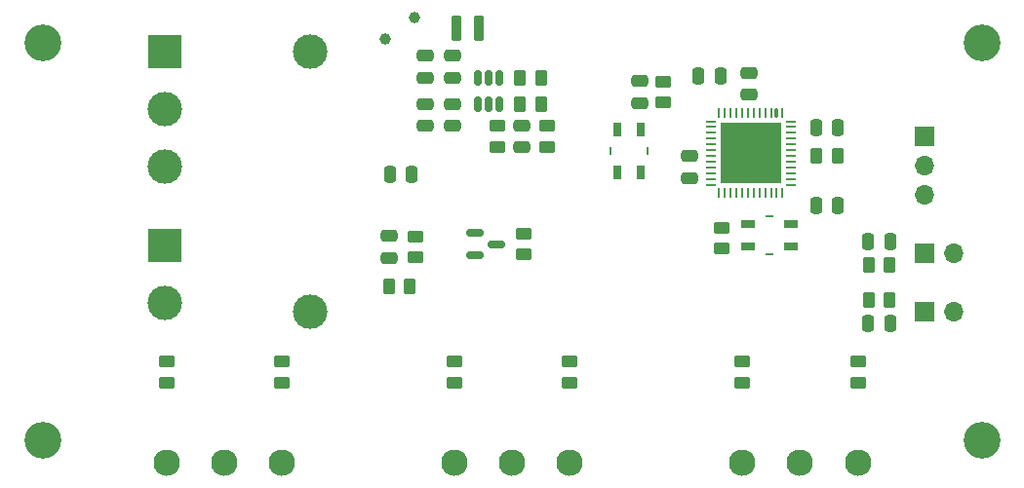
<source format=gts>
G04 #@! TF.GenerationSoftware,KiCad,Pcbnew,(6.0.2)*
G04 #@! TF.CreationDate,2022-02-23T13:26:13+01:00*
G04 #@! TF.ProjectId,esp32-wled-adv-pcb,65737033-322d-4776-9c65-642d6164762d,rev?*
G04 #@! TF.SameCoordinates,Original*
G04 #@! TF.FileFunction,Soldermask,Top*
G04 #@! TF.FilePolarity,Negative*
%FSLAX46Y46*%
G04 Gerber Fmt 4.6, Leading zero omitted, Abs format (unit mm)*
G04 Created by KiCad (PCBNEW (6.0.2)) date 2022-02-23 13:26:13*
%MOMM*%
%LPD*%
G01*
G04 APERTURE LIST*
G04 Aperture macros list*
%AMRoundRect*
0 Rectangle with rounded corners*
0 $1 Rounding radius*
0 $2 $3 $4 $5 $6 $7 $8 $9 X,Y pos of 4 corners*
0 Add a 4 corners polygon primitive as box body*
4,1,4,$2,$3,$4,$5,$6,$7,$8,$9,$2,$3,0*
0 Add four circle primitives for the rounded corners*
1,1,$1+$1,$2,$3*
1,1,$1+$1,$4,$5*
1,1,$1+$1,$6,$7*
1,1,$1+$1,$8,$9*
0 Add four rect primitives between the rounded corners*
20,1,$1+$1,$2,$3,$4,$5,0*
20,1,$1+$1,$4,$5,$6,$7,0*
20,1,$1+$1,$6,$7,$8,$9,0*
20,1,$1+$1,$8,$9,$2,$3,0*%
G04 Aperture macros list end*
%ADD10R,1.700000X1.700000*%
%ADD11O,1.700000X1.700000*%
%ADD12C,3.200000*%
%ADD13R,3.000000X3.000000*%
%ADD14C,3.000000*%
%ADD15RoundRect,0.250000X0.450000X-0.262500X0.450000X0.262500X-0.450000X0.262500X-0.450000X-0.262500X0*%
%ADD16RoundRect,0.250000X-0.475000X0.250000X-0.475000X-0.250000X0.475000X-0.250000X0.475000X0.250000X0*%
%ADD17RoundRect,0.250000X-0.450000X0.262500X-0.450000X-0.262500X0.450000X-0.262500X0.450000X0.262500X0*%
%ADD18RoundRect,0.250000X0.250000X0.475000X-0.250000X0.475000X-0.250000X-0.475000X0.250000X-0.475000X0*%
%ADD19RoundRect,0.250000X-0.262500X-0.450000X0.262500X-0.450000X0.262500X0.450000X-0.262500X0.450000X0*%
%ADD20R,0.250000X0.700000*%
%ADD21R,0.700000X1.250000*%
%ADD22C,1.000000*%
%ADD23RoundRect,0.250000X0.475000X-0.250000X0.475000X0.250000X-0.475000X0.250000X-0.475000X-0.250000X0*%
%ADD24C,2.300000*%
%ADD25R,0.700000X0.250000*%
%ADD26R,1.250000X0.700000*%
%ADD27RoundRect,0.250000X0.262500X0.450000X-0.262500X0.450000X-0.262500X-0.450000X0.262500X-0.450000X0*%
%ADD28RoundRect,0.225000X0.225000X0.875000X-0.225000X0.875000X-0.225000X-0.875000X0.225000X-0.875000X0*%
%ADD29RoundRect,0.250000X-0.250000X-0.475000X0.250000X-0.475000X0.250000X0.475000X-0.250000X0.475000X0*%
%ADD30RoundRect,0.150000X-0.587500X-0.150000X0.587500X-0.150000X0.587500X0.150000X-0.587500X0.150000X0*%
%ADD31RoundRect,0.062500X-0.062500X0.337500X-0.062500X-0.337500X0.062500X-0.337500X0.062500X0.337500X0*%
%ADD32RoundRect,0.100000X-0.100000X0.300000X-0.100000X-0.300000X0.100000X-0.300000X0.100000X0.300000X0*%
%ADD33RoundRect,0.062500X-0.337500X0.062500X-0.337500X-0.062500X0.337500X-0.062500X0.337500X0.062500X0*%
%ADD34R,5.300000X5.300000*%
%ADD35RoundRect,0.150000X-0.150000X0.512500X-0.150000X-0.512500X0.150000X-0.512500X0.150000X0.512500X0*%
G04 APERTURE END LIST*
D10*
G04 #@! TO.C,J6*
X162809000Y-114808000D03*
D11*
X165349000Y-114808000D03*
G04 #@! TD*
D12*
G04 #@! TO.C,H4*
X86250000Y-91500000D03*
G04 #@! TD*
D13*
G04 #@! TO.C,J2*
X96881500Y-92188000D03*
D14*
X96881500Y-97188000D03*
X96881500Y-102188000D03*
G04 #@! TD*
D15*
G04 #@! TO.C,R13*
X157000000Y-121000000D03*
X157000000Y-119175000D03*
G04 #@! TD*
D12*
G04 #@! TO.C,H3*
X167750000Y-91500000D03*
G04 #@! TD*
D16*
G04 #@! TO.C,C3*
X138049000Y-94808000D03*
X138049000Y-96708000D03*
G04 #@! TD*
D17*
G04 #@! TO.C,R12*
X147000000Y-119175000D03*
X147000000Y-121000000D03*
G04 #@! TD*
G04 #@! TO.C,R14*
X128016000Y-108053500D03*
X128016000Y-109878500D03*
G04 #@! TD*
D18*
G04 #@! TO.C,C1*
X118298000Y-102870000D03*
X116398000Y-102870000D03*
G04 #@! TD*
D19*
G04 #@! TO.C,R7*
X157939100Y-110744000D03*
X159764100Y-110744000D03*
G04 #@! TD*
D18*
G04 #@! TO.C,C15*
X159801600Y-115824000D03*
X157901600Y-115824000D03*
G04 #@! TD*
D20*
G04 #@! TO.C,SW1*
X138785000Y-100838000D03*
X135535000Y-100838000D03*
D21*
X136160000Y-102713000D03*
X136160000Y-98963000D03*
X138160000Y-98963000D03*
X138160000Y-102713000D03*
G04 #@! TD*
D22*
G04 #@! TO.C,TP1*
X115950000Y-91125000D03*
G04 #@! TD*
D23*
G04 #@! TO.C,C12*
X119483562Y-98669007D03*
X119483562Y-96769007D03*
G04 #@! TD*
D15*
G04 #@! TO.C,R9*
X107000000Y-121003700D03*
X107000000Y-119178700D03*
G04 #@! TD*
D24*
G04 #@! TO.C,RV3*
X147000000Y-128000000D03*
X152000000Y-128000000D03*
X157000000Y-128000000D03*
G04 #@! TD*
D17*
G04 #@! TO.C,R6*
X129999162Y-98694919D03*
X129999162Y-100519919D03*
G04 #@! TD*
D25*
G04 #@! TO.C,SW2*
X149352000Y-106553600D03*
X149352000Y-109803600D03*
D26*
X151227000Y-109178600D03*
X147477000Y-109178600D03*
X147477000Y-107178600D03*
X151227000Y-107178600D03*
G04 #@! TD*
D23*
G04 #@! TO.C,C2*
X121794962Y-98674007D03*
X121794962Y-96774007D03*
G04 #@! TD*
D27*
G04 #@! TO.C,R2*
X129489262Y-94476619D03*
X127664262Y-94476619D03*
G04 #@! TD*
D24*
G04 #@! TO.C,RV2*
X122000000Y-128000000D03*
X127000000Y-128000000D03*
X132000000Y-128000000D03*
G04 #@! TD*
D16*
G04 #@! TO.C,C5*
X147523200Y-94096800D03*
X147523200Y-95996800D03*
G04 #@! TD*
D18*
G04 #@! TO.C,C7*
X155280400Y-105613200D03*
X153380400Y-105613200D03*
G04 #@! TD*
D24*
G04 #@! TO.C,RV1*
X97000000Y-128000000D03*
X102000000Y-128000000D03*
X107000000Y-128000000D03*
G04 #@! TD*
D10*
G04 #@! TO.C,J1*
X162814000Y-99568000D03*
D11*
X162814000Y-102108000D03*
X162814000Y-104648000D03*
G04 #@! TD*
D19*
G04 #@! TO.C,R18*
X157939100Y-113792000D03*
X159764100Y-113792000D03*
G04 #@! TD*
D23*
G04 #@! TO.C,C13*
X116308500Y-110170000D03*
X116308500Y-108270000D03*
G04 #@! TD*
D16*
G04 #@! TO.C,C10*
X121793000Y-92588000D03*
X121793000Y-94488000D03*
G04 #@! TD*
D15*
G04 #@! TO.C,R11*
X132000000Y-121000000D03*
X132000000Y-119175000D03*
G04 #@! TD*
D19*
G04 #@! TO.C,R17*
X153417900Y-101295200D03*
X155242900Y-101295200D03*
G04 #@! TD*
D10*
G04 #@! TO.C,J5*
X162809000Y-109728000D03*
D11*
X165349000Y-109728000D03*
G04 #@! TD*
D28*
G04 #@! TO.C,L1*
X124074000Y-90170000D03*
X122174000Y-90170000D03*
G04 #@! TD*
D15*
G04 #@! TO.C,R3*
X145161000Y-109370500D03*
X145161000Y-107545500D03*
G04 #@! TD*
D29*
G04 #@! TO.C,C4*
X143195000Y-94335600D03*
X145095000Y-94335600D03*
G04 #@! TD*
D30*
G04 #@! TO.C,Q1*
X123776500Y-108016000D03*
X123776500Y-109916000D03*
X125651500Y-108966000D03*
G04 #@! TD*
D22*
G04 #@! TO.C,TP2*
X118516400Y-89255600D03*
G04 #@! TD*
D13*
G04 #@! TO.C,J4*
X96881500Y-109056700D03*
D14*
X96881500Y-114056700D03*
G04 #@! TD*
D12*
G04 #@! TO.C,H2*
X167750000Y-126000000D03*
G04 #@! TD*
D17*
G04 #@! TO.C,R1*
X140081000Y-94845500D03*
X140081000Y-96670500D03*
G04 #@! TD*
D14*
G04 #@! TO.C,F1*
X109474000Y-92205000D03*
X109474000Y-114805000D03*
G04 #@! TD*
D16*
G04 #@! TO.C,C9*
X119483562Y-92588000D03*
X119483562Y-94488000D03*
G04 #@! TD*
D12*
G04 #@! TO.C,H1*
X86250000Y-126000000D03*
G04 #@! TD*
D31*
G04 #@! TO.C,U2*
X150461600Y-97591200D03*
D32*
X149961600Y-97591200D03*
D31*
X149461600Y-97591200D03*
X148961600Y-97591200D03*
X148461600Y-97591200D03*
X147961600Y-97591200D03*
X147461600Y-97591200D03*
X146961600Y-97591200D03*
X146461600Y-97591200D03*
X145961600Y-97591200D03*
X145461600Y-97591200D03*
X144961600Y-97591200D03*
D33*
X144261600Y-98291200D03*
X144261600Y-98791200D03*
X144261600Y-99291200D03*
X144261600Y-99791200D03*
X144261600Y-100291200D03*
X144261600Y-100791200D03*
X144261600Y-101291200D03*
X144261600Y-101791200D03*
X144261600Y-102291200D03*
X144261600Y-102791200D03*
X144261600Y-103291200D03*
X144261600Y-103791200D03*
D31*
X144961600Y-104491200D03*
X145461600Y-104491200D03*
X145961600Y-104491200D03*
X146461600Y-104491200D03*
X146961600Y-104491200D03*
X147461600Y-104491200D03*
X147961600Y-104491200D03*
X148461600Y-104491200D03*
X148961600Y-104491200D03*
X149461600Y-104491200D03*
X149961600Y-104491200D03*
X150461600Y-104491200D03*
D33*
X151161600Y-103791200D03*
X151161600Y-103291200D03*
X151161600Y-102791200D03*
X151161600Y-102291200D03*
X151161600Y-101791200D03*
X151161600Y-101291200D03*
X151161600Y-100791200D03*
X151161600Y-100291200D03*
X151161600Y-99791200D03*
X151161600Y-99291200D03*
X151161600Y-98791200D03*
X151161600Y-98291200D03*
D34*
X147711600Y-101041200D03*
G04 #@! TD*
D17*
G04 #@! TO.C,R15*
X118618000Y-108307500D03*
X118618000Y-110132500D03*
G04 #@! TD*
G04 #@! TO.C,R8*
X97000000Y-119175000D03*
X97000000Y-121000000D03*
G04 #@! TD*
D27*
G04 #@! TO.C,R16*
X118110000Y-112649000D03*
X116285000Y-112649000D03*
G04 #@! TD*
D19*
G04 #@! TO.C,R5*
X127666162Y-96762619D03*
X129491162Y-96762619D03*
G04 #@! TD*
D23*
G04 #@! TO.C,C14*
X127865562Y-100557419D03*
X127865562Y-98657419D03*
G04 #@! TD*
D15*
G04 #@! TO.C,R4*
X125731962Y-100519919D03*
X125731962Y-98694919D03*
G04 #@! TD*
D18*
G04 #@! TO.C,C6*
X155280400Y-98806000D03*
X153380400Y-98806000D03*
G04 #@! TD*
D23*
G04 #@! TO.C,C8*
X142392400Y-103195200D03*
X142392400Y-101295200D03*
G04 #@! TD*
D17*
G04 #@! TO.C,R10*
X122000000Y-119175000D03*
X122000000Y-121000000D03*
G04 #@! TD*
D35*
G04 #@! TO.C,U1*
X125918000Y-94493500D03*
X124968000Y-94493500D03*
X124018000Y-94493500D03*
X124018000Y-96768500D03*
X124968000Y-96768500D03*
X125918000Y-96768500D03*
G04 #@! TD*
D18*
G04 #@! TO.C,C11*
X159801600Y-108712000D03*
X157901600Y-108712000D03*
G04 #@! TD*
M02*

</source>
